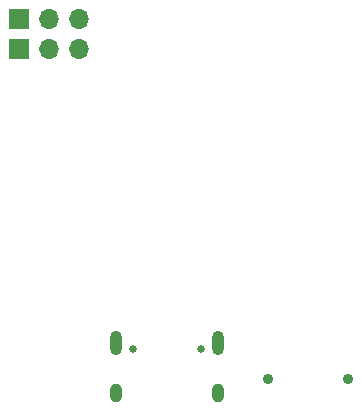
<source format=gbr>
%TF.GenerationSoftware,KiCad,Pcbnew,(7.0.0)*%
%TF.CreationDate,2023-06-08T15:27:58+08:00*%
%TF.ProjectId,Board_Car_V0_2,426f6172-645f-4436-9172-5f56305f322e,rev?*%
%TF.SameCoordinates,Original*%
%TF.FileFunction,Soldermask,Bot*%
%TF.FilePolarity,Negative*%
%FSLAX46Y46*%
G04 Gerber Fmt 4.6, Leading zero omitted, Abs format (unit mm)*
G04 Created by KiCad (PCBNEW (7.0.0)) date 2023-06-08 15:27:58*
%MOMM*%
%LPD*%
G01*
G04 APERTURE LIST*
%ADD10O,1.700000X1.700000*%
%ADD11R,1.700000X1.700000*%
%ADD12O,1.000000X1.600000*%
%ADD13O,1.000000X2.100000*%
%ADD14C,0.650000*%
%ADD15C,0.900000*%
G04 APERTURE END LIST*
D10*
%TO.C,J2*%
X167893999Y-67309999D03*
X165353999Y-67309999D03*
D11*
X162813999Y-67309999D03*
%TD*%
D10*
%TO.C,J1*%
X167893999Y-69849999D03*
X165353999Y-69849999D03*
D11*
X162813999Y-69849999D03*
%TD*%
D12*
%TO.C,USB1*%
X179706999Y-98929999D03*
D13*
X179706999Y-94749999D03*
D12*
X171066999Y-98929999D03*
D13*
X171066999Y-94749999D03*
D14*
X172497000Y-95250000D03*
X178277000Y-95250000D03*
%TD*%
D15*
%TO.C,SW2*%
X183925000Y-97790000D03*
X190725000Y-97790000D03*
%TD*%
M02*

</source>
